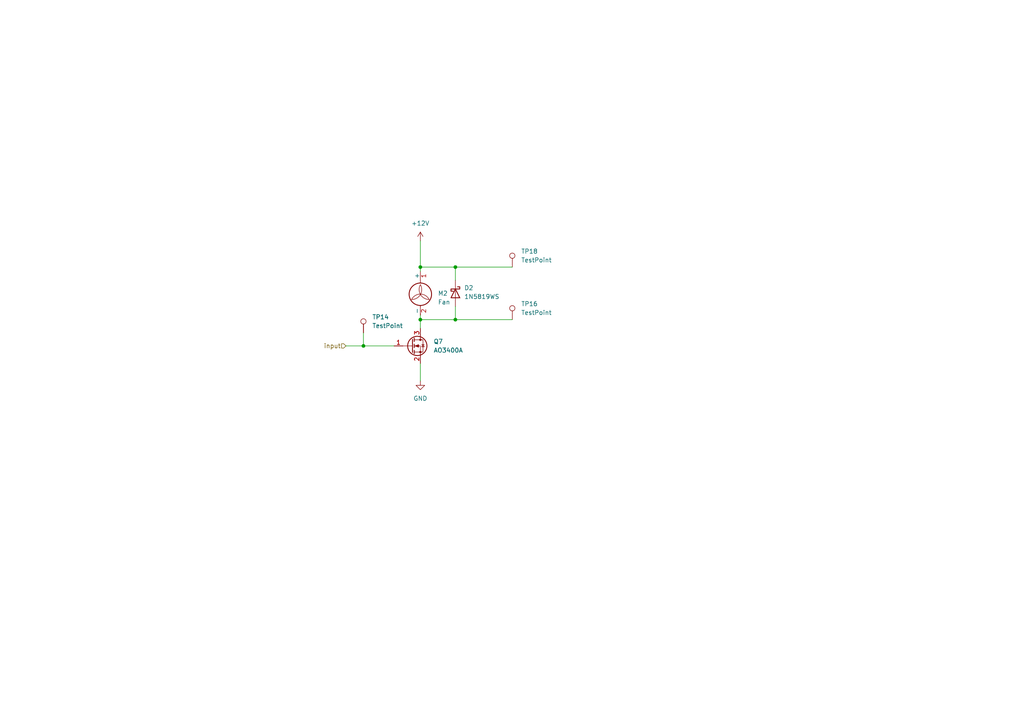
<source format=kicad_sch>
(kicad_sch (version 20250114) (generator "eeschema") (generator_version "9.0")
  (paper "A4")
  (title_block (title "closed-drybox") (rev "1") (comment 1 "https://github.com/lukstruck/closed-drybox#"))
  (lib_symbols
    (symbol "Connector:TestPoint" (pin_numbers (hide yes)) (pin_names (offset 0.762) (hide yes))
      (property "Reference" "TP" (at 0 6.858 0))
      (property "Value" "TestPoint" (at 0 5.08 0))
      (symbol "TestPoint_0_1"
        (circle (center 0 3.302) (radius 0.762))
      )
      (symbol "TestPoint_1_1"
        (pin passive line (at 0 0 90) (length 2.54) (name "1") (number "1"))
      )
    )
    (symbol "Diode:1N5819WS" (pin_numbers (hide yes)) (pin_names (offset 1.016) (hide yes))
      (property "Reference" "D" (at 0 2.54 0))
      (property "Value" "1N5819WS" (at 0 -2.54 0))
      (symbol "1N5819WS_0_1"
        (polyline (pts (xy -1.905 0.635) (xy -1.905 1.27) (xy -1.27 1.27) (xy -1.27 -1.27) (xy -0.635 -1.27) (xy -0.635 -0.635)) (stroke (width 0.254)))
        (polyline (pts (xy 1.27 1.27) (xy 1.27 -1.27) (xy -1.27 0) (xy 1.27 1.27)) (stroke (width 0.254)))
        (polyline (pts (xy 1.27 0) (xy -1.27 0)))
      )
      (symbol "1N5819WS_1_1"
        (pin passive line (at -3.81 0 0) (length 2.54) (name "K") (number "1"))
        (pin passive line (at 3.81 0 180) (length 2.54) (name "A") (number "2"))
      )
    )
    (symbol "Motor:Fan" (pin_names (offset 0))
      (property "Reference" "M" (at 2.54 5.08 0))
      (property "Value" "Fan" (at 2.54 -2.54 0))
      (symbol "Fan_0_1"
        (arc (start 0 3.81) (mid -0.0015 0.9048) (end -2.54 -0.508))
        (polyline (pts (xy 0 4.572) (xy 0 5.08)))
        (polyline (pts (xy 0 4.2672) (xy 0 4.6228)))
        (circle (center 0 1.016) (radius 3.2512) (stroke (width 0.254)))
        (arc (start -2.54 -0.508) (mid 0 1.0618) (end 2.54 -0.508))
        (polyline (pts (xy 0 -2.2352) (xy 0 -2.6416)))
        (polyline (pts (xy 0 -5.08) (xy 0 -4.572)))
        (arc (start 2.54 -0.508) (mid 0.047 0.9315) (end 0 3.81))
      )
      (symbol "Fan_1_1"
        (pin passive line (at 0 7.62 270) (length 2.54) (name "+") (number "1"))
        (pin passive line (at 0 -5.08 90) (length 2.54) (name "-") (number "2"))
      )
    )
    (symbol "Transistor_FET:AO3400A" (pin_names (offset 0) (hide yes))
      (property "Reference" "Q" (at 5.08 1.905 0))
      (property "Value" "AO3400A" (at 5.08 0 0))
      (symbol "AO3400A_0_1"
        (polyline (pts (xy 0.254 1.905) (xy 0.254 -1.905)) (stroke (width 0.254)))
        (polyline (pts (xy 0.254 0) (xy -2.54 0)))
        (polyline (pts (xy 0.762 2.286) (xy 0.762 1.27)) (stroke (width 0.254)))
        (polyline (pts (xy 0.762 0.508) (xy 0.762 -0.508)) (stroke (width 0.254)))
        (polyline (pts (xy 0.762 -1.27) (xy 0.762 -2.286)) (stroke (width 0.254)))
        (polyline (pts (xy 0.762 -1.778) (xy 3.302 -1.778) (xy 3.302 1.778) (xy 0.762 1.778)))
        (polyline (pts (xy 1.016 0) (xy 2.032 0.381) (xy 2.032 -0.381) (xy 1.016 0)) (fill (type outline)))
        (circle (center 1.651 0) (radius 2.794) (stroke (width 0.254)))
        (polyline (pts (xy 2.54 2.54) (xy 2.54 1.778)))
        (circle (center 2.54 1.778) (radius 0.254) (fill (type outline)))
        (circle (center 2.54 -1.778) (radius 0.254) (fill (type outline)))
        (polyline (pts (xy 2.54 -2.54) (xy 2.54 0) (xy 0.762 0)))
        (polyline (pts (xy 2.921 0.381) (xy 3.683 0.381)))
        (polyline (pts (xy 3.302 0.381) (xy 2.921 -0.254) (xy 3.683 -0.254) (xy 3.302 0.381)))
      )
      (symbol "AO3400A_1_1"
        (pin input line (at -5.08 0 0) (length 2.54) (name "G") (number "1"))
        (pin passive line (at 2.54 5.08 270) (length 2.54) (name "D") (number "3"))
        (pin passive line (at 2.54 -5.08 90) (length 2.54) (name "S") (number "2"))
      )
    )
    (symbol "power:+12V" (power) (pin_numbers (hide yes)) (pin_names (offset 0) (hide yes))
      (property "Value" "+12V" (at 0 3.556 0))
      (symbol "+12V_0_1"
        (polyline (pts (xy -0.762 1.27) (xy 0 2.54)))
        (polyline (pts (xy 0 2.54) (xy 0.762 1.27)))
        (polyline (pts (xy 0 0) (xy 0 2.54)))
      )
      (symbol "+12V_1_1"
        (pin power_in line (at 0 0 90) (length 0) (name "~") (number "1"))
      )
    )
    (symbol "power:GND" (power) (pin_numbers (hide yes)) (pin_names (offset 0) (hide yes))
      (property "Value" "GND" (at 0 -3.81 0))
      (symbol "GND_0_1"
        (polyline (pts (xy 0 0) (xy 0 -1.27) (xy 1.27 -1.27) (xy 0 -2.54) (xy -1.27 -1.27) (xy 0 -1.27)))
      )
      (symbol "GND_1_1"
        (pin power_in line (at 0 0 270) (length 0) (name "~") (number "1"))
      )
    )
  )
  (junction (at 132.08 92.71))
  (junction (at 121.92 92.71))
  (junction (at 121.92 77.47))
  (junction (at 105.41 100.33))
  (junction (at 132.08 77.47))
  (wire (pts (xy 105.41 100.33) (xy 114.3 100.33)))
  (wire (pts (xy 132.08 88.9) (xy 132.08 92.71)))
  (wire (pts (xy 132.08 77.47) (xy 121.92 77.47)))
  (wire (pts (xy 105.41 96.52) (xy 105.41 100.33)))
  (wire (pts (xy 132.08 92.71) (xy 148.59 92.71)))
  (wire (pts (xy 121.92 95.25) (xy 121.92 92.71)))
  (wire (pts (xy 100.33 100.33) (xy 105.41 100.33)))
  (wire (pts (xy 132.08 81.28) (xy 132.08 77.47)))
  (wire (pts (xy 121.92 105.41) (xy 121.92 110.49)))
  (wire (pts (xy 121.92 77.47) (xy 121.92 78.74)))
  (wire (pts (xy 121.92 69.85) (xy 121.92 77.47)))
  (wire (pts (xy 132.08 77.47) (xy 148.59 77.47)))
  (wire (pts (xy 132.08 92.71) (xy 121.92 92.71)))
  (wire (pts (xy 121.92 91.44) (xy 121.92 92.71)))
  (hierarchical_label "input" (shape input) (at 100.33 100.33 180))
  (symbol (lib_id "power:GND") (at 121.92 110.49 0) (unit 1)
    (property "Reference" "#PWR024" (effects (hide yes)))
    (property "Value" "GND" (at 121.92 115.57 0))
    (property "Description" "Power symbol creates a global label with name \"GND\" , ground" (effects (hide yes)))
    (instances (project "closed-drybox" (path "" (reference "#PWR026") (unit 1)) (path "" (reference "#PWR024") (unit 1))))
  )
  (symbol (lib_id "Connector:TestPoint") (at 105.41 96.52 0) (unit 1)
    (property "Reference" "TP13" (at 107.95 91.9479 0) (effects (justify left)))
    (property "Value" "TestPoint" (at 107.95 94.4879 0) (effects (justify left)))
    (property "Description" "test point" (effects (hide yes)))
    (instances (project "closed-drybox" (path "" (reference "TP14") (unit 1)) (path "" (reference "TP13") (unit 1))))
  )
  (symbol (lib_id "Diode:1N5819WS") (at 132.08 85.09 270) (unit 1)
    (property "Reference" "D1" (at 134.62 83.5024 90) (effects (justify left)))
    (property "Value" "1N5819WS" (at 134.62 86.0424 90) (effects (justify left)))
    (property "Footprint" "Diode_SMD:D_SOD-323" (effects (hide yes)))
    (property "Datasheet" "https://datasheet.lcsc.com/lcsc/2204281430_Guangdong-Hottech-1N5819WS_C191023.pdf" (effects (hide yes)))
    (property "Description" "40V 600mV@1A 1A SOD-323 Schottky Barrier Diodes, SOD-323" (effects (hide yes)))
    (property "LCSC" "C191023" (effects (hide yes)))
    (instances (project "closed-drybox" (path "" (reference "D2") (unit 1)) (path "" (reference "D1") (unit 1))))
  )
  (symbol (lib_id "Connector:TestPoint") (at 148.59 92.71 0) (unit 1)
    (property "Reference" "TP15" (at 151.13 88.1379 0) (effects (justify left)))
    (property "Value" "TestPoint" (at 151.13 90.6779 0) (effects (justify left)))
    (property "Description" "test point" (effects (hide yes)))
    (instances (project "closed-drybox" (path "" (reference "TP16") (unit 1)) (path "" (reference "TP15") (unit 1))))
  )
  (symbol (lib_id "Motor:Fan") (at 121.92 86.36 0) (unit 1)
    (property "Reference" "M1" (at 127 85.0899 0) (effects (justify left)))
    (property "Value" "Fan" (at 127 87.6299 0) (effects (justify left)))
    (property "Footprint" "Connector_JST:JST_XH_S2B-XH-A_1x02_P2.50mm_Horizontal" (effects (hide yes)))
    (property "Description" "Fan" (effects (hide yes)))
    (property "LCSC" "C158012" (effects (hide yes)))
    (instances (project "closed-drybox" (path "" (reference "M2") (unit 1)) (path "" (reference "M1") (unit 1))))
  )
  (symbol (lib_id "Transistor_FET:AO3400A") (at 119.38 100.33 0) (unit 1)
    (property "Reference" "Q6" (at 125.73 99.0599 0) (effects (justify left)))
    (property "Value" "AO3400A" (at 125.73 101.5999 0) (effects (justify left)))
    (property "Footprint" "Package_TO_SOT_SMD:SOT-23" (effects (hide yes)))
    (property "Datasheet" "http://www.aosmd.com/pdfs/datasheet/AO3400A.pdf" (effects (hide yes)))
    (property "Description" "30V Vds, 5.7A Id, N-Channel MOSFET, SOT-23" (effects (hide yes)))
    (property "LCSC" "C20917" (effects (hide yes)))
    (instances (project "closed-drybox" (path "" (reference "Q7") (unit 1)) (path "" (reference "Q6") (unit 1))))
  )
  (symbol (lib_id "power:+12V") (at 121.92 69.85 0) (unit 1)
    (property "Reference" "#PWR023" (effects (hide yes)))
    (property "Value" "+12V" (at 121.92 64.77 0))
    (property "Description" "Power symbol creates a global label with name \"+12V\"" (effects (hide yes)))
    (instances (project "closed-drybox" (path "" (reference "#PWR025") (unit 1)) (path "" (reference "#PWR023") (unit 1))))
  )
  (symbol (lib_id "Connector:TestPoint") (at 148.59 77.47 0) (unit 1)
    (property "Reference" "TP17" (at 151.13 72.8979 0) (effects (justify left)))
    (property "Value" "TestPoint" (at 151.13 75.4379 0) (effects (justify left)))
    (property "Description" "test point" (effects (hide yes)))
    (instances (project "closed-drybox" (path "" (reference "TP18") (unit 1)) (path "" (reference "TP17") (unit 1))))
  )
)
</source>
